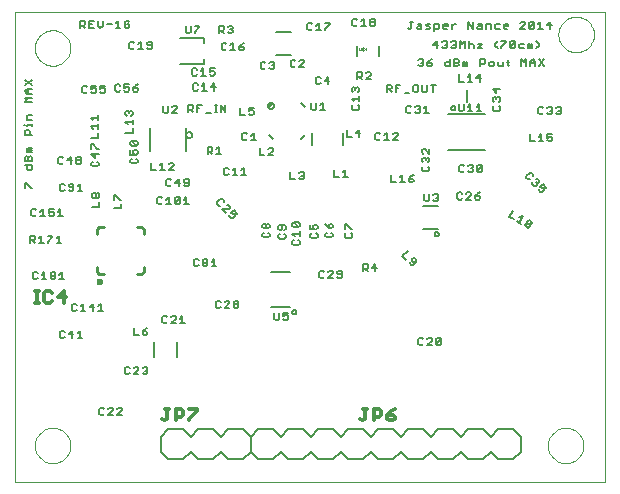
<source format=gto>
G75*
G70*
%OFA0B0*%
%FSLAX24Y24*%
%IPPOS*%
%LPD*%
%AMOC8*
5,1,8,0,0,1.08239X$1,22.5*
%
%ADD10C,0.0000*%
%ADD11C,0.0080*%
%ADD12C,0.0130*%
%ADD13C,0.0100*%
%ADD14C,0.0236*%
%ADD15C,0.0060*%
%ADD16C,0.0010*%
%ADD17C,0.0050*%
D10*
X000671Y003960D02*
X020356Y003960D01*
X020356Y019645D01*
X000671Y019645D01*
X000671Y003960D01*
X001343Y005184D02*
X001345Y005232D01*
X001351Y005280D01*
X001361Y005327D01*
X001374Y005373D01*
X001392Y005418D01*
X001412Y005462D01*
X001437Y005504D01*
X001465Y005543D01*
X001495Y005580D01*
X001529Y005614D01*
X001566Y005646D01*
X001604Y005675D01*
X001645Y005700D01*
X001688Y005722D01*
X001733Y005740D01*
X001779Y005754D01*
X001826Y005765D01*
X001874Y005772D01*
X001922Y005775D01*
X001970Y005774D01*
X002018Y005769D01*
X002066Y005760D01*
X002112Y005748D01*
X002157Y005731D01*
X002201Y005711D01*
X002243Y005688D01*
X002283Y005661D01*
X002321Y005631D01*
X002356Y005598D01*
X002388Y005562D01*
X002418Y005524D01*
X002444Y005483D01*
X002466Y005440D01*
X002486Y005396D01*
X002501Y005351D01*
X002513Y005304D01*
X002521Y005256D01*
X002525Y005208D01*
X002525Y005160D01*
X002521Y005112D01*
X002513Y005064D01*
X002501Y005017D01*
X002486Y004972D01*
X002466Y004928D01*
X002444Y004885D01*
X002418Y004844D01*
X002388Y004806D01*
X002356Y004770D01*
X002321Y004737D01*
X002283Y004707D01*
X002243Y004680D01*
X002201Y004657D01*
X002157Y004637D01*
X002112Y004620D01*
X002066Y004608D01*
X002018Y004599D01*
X001970Y004594D01*
X001922Y004593D01*
X001874Y004596D01*
X001826Y004603D01*
X001779Y004614D01*
X001733Y004628D01*
X001688Y004646D01*
X001645Y004668D01*
X001604Y004693D01*
X001566Y004722D01*
X001529Y004754D01*
X001495Y004788D01*
X001465Y004825D01*
X001437Y004864D01*
X001412Y004906D01*
X001392Y004950D01*
X001374Y004995D01*
X001361Y005041D01*
X001351Y005088D01*
X001345Y005136D01*
X001343Y005184D01*
X001343Y018434D02*
X001345Y018482D01*
X001351Y018530D01*
X001361Y018577D01*
X001374Y018623D01*
X001392Y018668D01*
X001412Y018712D01*
X001437Y018754D01*
X001465Y018793D01*
X001495Y018830D01*
X001529Y018864D01*
X001566Y018896D01*
X001604Y018925D01*
X001645Y018950D01*
X001688Y018972D01*
X001733Y018990D01*
X001779Y019004D01*
X001826Y019015D01*
X001874Y019022D01*
X001922Y019025D01*
X001970Y019024D01*
X002018Y019019D01*
X002066Y019010D01*
X002112Y018998D01*
X002157Y018981D01*
X002201Y018961D01*
X002243Y018938D01*
X002283Y018911D01*
X002321Y018881D01*
X002356Y018848D01*
X002388Y018812D01*
X002418Y018774D01*
X002444Y018733D01*
X002466Y018690D01*
X002486Y018646D01*
X002501Y018601D01*
X002513Y018554D01*
X002521Y018506D01*
X002525Y018458D01*
X002525Y018410D01*
X002521Y018362D01*
X002513Y018314D01*
X002501Y018267D01*
X002486Y018222D01*
X002466Y018178D01*
X002444Y018135D01*
X002418Y018094D01*
X002388Y018056D01*
X002356Y018020D01*
X002321Y017987D01*
X002283Y017957D01*
X002243Y017930D01*
X002201Y017907D01*
X002157Y017887D01*
X002112Y017870D01*
X002066Y017858D01*
X002018Y017849D01*
X001970Y017844D01*
X001922Y017843D01*
X001874Y017846D01*
X001826Y017853D01*
X001779Y017864D01*
X001733Y017878D01*
X001688Y017896D01*
X001645Y017918D01*
X001604Y017943D01*
X001566Y017972D01*
X001529Y018004D01*
X001495Y018038D01*
X001465Y018075D01*
X001437Y018114D01*
X001412Y018156D01*
X001392Y018200D01*
X001374Y018245D01*
X001361Y018291D01*
X001351Y018338D01*
X001345Y018386D01*
X001343Y018434D01*
X018443Y005184D02*
X018445Y005232D01*
X018451Y005280D01*
X018461Y005327D01*
X018474Y005373D01*
X018492Y005418D01*
X018512Y005462D01*
X018537Y005504D01*
X018565Y005543D01*
X018595Y005580D01*
X018629Y005614D01*
X018666Y005646D01*
X018704Y005675D01*
X018745Y005700D01*
X018788Y005722D01*
X018833Y005740D01*
X018879Y005754D01*
X018926Y005765D01*
X018974Y005772D01*
X019022Y005775D01*
X019070Y005774D01*
X019118Y005769D01*
X019166Y005760D01*
X019212Y005748D01*
X019257Y005731D01*
X019301Y005711D01*
X019343Y005688D01*
X019383Y005661D01*
X019421Y005631D01*
X019456Y005598D01*
X019488Y005562D01*
X019518Y005524D01*
X019544Y005483D01*
X019566Y005440D01*
X019586Y005396D01*
X019601Y005351D01*
X019613Y005304D01*
X019621Y005256D01*
X019625Y005208D01*
X019625Y005160D01*
X019621Y005112D01*
X019613Y005064D01*
X019601Y005017D01*
X019586Y004972D01*
X019566Y004928D01*
X019544Y004885D01*
X019518Y004844D01*
X019488Y004806D01*
X019456Y004770D01*
X019421Y004737D01*
X019383Y004707D01*
X019343Y004680D01*
X019301Y004657D01*
X019257Y004637D01*
X019212Y004620D01*
X019166Y004608D01*
X019118Y004599D01*
X019070Y004594D01*
X019022Y004593D01*
X018974Y004596D01*
X018926Y004603D01*
X018879Y004614D01*
X018833Y004628D01*
X018788Y004646D01*
X018745Y004668D01*
X018704Y004693D01*
X018666Y004722D01*
X018629Y004754D01*
X018595Y004788D01*
X018565Y004825D01*
X018537Y004864D01*
X018512Y004906D01*
X018492Y004950D01*
X018474Y004995D01*
X018461Y005041D01*
X018451Y005088D01*
X018445Y005136D01*
X018443Y005184D01*
X018793Y018884D02*
X018795Y018932D01*
X018801Y018980D01*
X018811Y019027D01*
X018824Y019073D01*
X018842Y019118D01*
X018862Y019162D01*
X018887Y019204D01*
X018915Y019243D01*
X018945Y019280D01*
X018979Y019314D01*
X019016Y019346D01*
X019054Y019375D01*
X019095Y019400D01*
X019138Y019422D01*
X019183Y019440D01*
X019229Y019454D01*
X019276Y019465D01*
X019324Y019472D01*
X019372Y019475D01*
X019420Y019474D01*
X019468Y019469D01*
X019516Y019460D01*
X019562Y019448D01*
X019607Y019431D01*
X019651Y019411D01*
X019693Y019388D01*
X019733Y019361D01*
X019771Y019331D01*
X019806Y019298D01*
X019838Y019262D01*
X019868Y019224D01*
X019894Y019183D01*
X019916Y019140D01*
X019936Y019096D01*
X019951Y019051D01*
X019963Y019004D01*
X019971Y018956D01*
X019975Y018908D01*
X019975Y018860D01*
X019971Y018812D01*
X019963Y018764D01*
X019951Y018717D01*
X019936Y018672D01*
X019916Y018628D01*
X019894Y018585D01*
X019868Y018544D01*
X019838Y018506D01*
X019806Y018470D01*
X019771Y018437D01*
X019733Y018407D01*
X019693Y018380D01*
X019651Y018357D01*
X019607Y018337D01*
X019562Y018320D01*
X019516Y018308D01*
X019468Y018299D01*
X019420Y018294D01*
X019372Y018293D01*
X019324Y018296D01*
X019276Y018303D01*
X019229Y018314D01*
X019183Y018328D01*
X019138Y018346D01*
X019095Y018368D01*
X019054Y018393D01*
X019016Y018422D01*
X018979Y018454D01*
X018945Y018488D01*
X018915Y018525D01*
X018887Y018564D01*
X018862Y018606D01*
X018842Y018650D01*
X018824Y018695D01*
X018811Y018741D01*
X018801Y018788D01*
X018795Y018836D01*
X018793Y018884D01*
D11*
X018528Y019074D02*
X018528Y019314D01*
X018408Y019194D01*
X018568Y019194D01*
X018273Y019074D02*
X018113Y019074D01*
X018193Y019074D02*
X018193Y019314D01*
X018113Y019234D01*
X017978Y019274D02*
X017978Y019114D01*
X017938Y019074D01*
X017858Y019074D01*
X017818Y019114D01*
X017978Y019274D01*
X017938Y019314D01*
X017858Y019314D01*
X017818Y019274D01*
X017818Y019114D01*
X017684Y019074D02*
X017524Y019074D01*
X017684Y019234D01*
X017684Y019274D01*
X017644Y019314D01*
X017564Y019314D01*
X017524Y019274D01*
X017126Y019194D02*
X017126Y019154D01*
X016966Y019154D01*
X016966Y019194D02*
X017006Y019234D01*
X017086Y019234D01*
X017126Y019194D01*
X017086Y019074D02*
X017006Y019074D01*
X016966Y019114D01*
X016966Y019194D01*
X016831Y019234D02*
X016711Y019234D01*
X016671Y019194D01*
X016671Y019114D01*
X016711Y019074D01*
X016831Y019074D01*
X016537Y019074D02*
X016537Y019194D01*
X016497Y019234D01*
X016376Y019234D01*
X016376Y019074D01*
X016242Y019074D02*
X016242Y019194D01*
X016202Y019234D01*
X016122Y019234D01*
X016122Y019154D02*
X016242Y019154D01*
X016242Y019074D02*
X016122Y019074D01*
X016082Y019114D01*
X016122Y019154D01*
X015947Y019074D02*
X015947Y019314D01*
X015787Y019314D02*
X015947Y019074D01*
X015787Y019074D02*
X015787Y019314D01*
X015367Y019234D02*
X015327Y019234D01*
X015247Y019154D01*
X015247Y019074D02*
X015247Y019234D01*
X015112Y019194D02*
X015112Y019154D01*
X014952Y019154D01*
X014952Y019194D02*
X014992Y019234D01*
X015072Y019234D01*
X015112Y019194D01*
X015072Y019074D02*
X014992Y019074D01*
X014952Y019114D01*
X014952Y019194D01*
X014818Y019194D02*
X014818Y019114D01*
X014778Y019074D01*
X014658Y019074D01*
X014658Y018994D02*
X014658Y019234D01*
X014778Y019234D01*
X014818Y019194D01*
X014523Y019234D02*
X014403Y019234D01*
X014363Y019194D01*
X014403Y019154D01*
X014483Y019154D01*
X014523Y019114D01*
X014483Y019074D01*
X014363Y019074D01*
X014228Y019074D02*
X014228Y019194D01*
X014188Y019234D01*
X014108Y019234D01*
X014108Y019154D02*
X014228Y019154D01*
X014228Y019074D02*
X014108Y019074D01*
X014068Y019114D01*
X014108Y019154D01*
X013894Y019114D02*
X013894Y019314D01*
X013854Y019314D02*
X013934Y019314D01*
X013894Y019114D02*
X013854Y019074D01*
X013814Y019074D01*
X013774Y019114D01*
X014624Y018544D02*
X014784Y018544D01*
X014744Y018664D02*
X014624Y018544D01*
X014744Y018424D02*
X014744Y018664D01*
X014918Y018624D02*
X014958Y018664D01*
X015038Y018664D01*
X015078Y018624D01*
X015078Y018584D01*
X015038Y018544D01*
X015078Y018504D01*
X015078Y018464D01*
X015038Y018424D01*
X014958Y018424D01*
X014918Y018464D01*
X014998Y018544D02*
X015038Y018544D01*
X015213Y018624D02*
X015253Y018664D01*
X015333Y018664D01*
X015373Y018624D01*
X015373Y018584D01*
X015333Y018544D01*
X015373Y018504D01*
X015373Y018464D01*
X015333Y018424D01*
X015253Y018424D01*
X015213Y018464D01*
X015293Y018544D02*
X015333Y018544D01*
X015508Y018664D02*
X015588Y018584D01*
X015668Y018664D01*
X015668Y018424D01*
X015802Y018424D02*
X015802Y018664D01*
X015842Y018584D02*
X015922Y018584D01*
X015962Y018544D01*
X015962Y018424D01*
X016097Y018424D02*
X016257Y018424D01*
X016257Y018584D02*
X016097Y018584D01*
X016257Y018584D02*
X016097Y018424D01*
X015842Y018584D02*
X015802Y018544D01*
X015508Y018424D02*
X015508Y018664D01*
X015422Y018064D02*
X015302Y018064D01*
X015302Y017824D01*
X015422Y017824D01*
X015462Y017864D01*
X015462Y017904D01*
X015422Y017944D01*
X015302Y017944D01*
X015422Y017944D02*
X015462Y017984D01*
X015462Y018024D01*
X015422Y018064D01*
X015597Y017984D02*
X015597Y017824D01*
X015677Y017824D02*
X015677Y017944D01*
X015717Y017984D01*
X015757Y017944D01*
X015757Y017824D01*
X015677Y017944D02*
X015637Y017984D01*
X015597Y017984D01*
X015168Y017984D02*
X015048Y017984D01*
X015008Y017944D01*
X015008Y017864D01*
X015048Y017824D01*
X015168Y017824D01*
X015168Y018064D01*
X015469Y017552D02*
X015469Y017312D01*
X015629Y017312D01*
X015763Y017312D02*
X015923Y017312D01*
X015843Y017312D02*
X015843Y017552D01*
X015763Y017472D01*
X016058Y017432D02*
X016218Y017432D01*
X016178Y017312D02*
X016178Y017552D01*
X016058Y017432D01*
X016186Y017824D02*
X016186Y018064D01*
X016306Y018064D01*
X016346Y018024D01*
X016346Y017944D01*
X016306Y017904D01*
X016186Y017904D01*
X016481Y017944D02*
X016481Y017864D01*
X016521Y017824D01*
X016601Y017824D01*
X016641Y017864D01*
X016641Y017944D01*
X016601Y017984D01*
X016521Y017984D01*
X016481Y017944D01*
X016776Y017984D02*
X016776Y017864D01*
X016816Y017824D01*
X016936Y017824D01*
X016936Y017984D01*
X017070Y017984D02*
X017150Y017984D01*
X017110Y018024D02*
X017110Y017864D01*
X017150Y017824D01*
X017561Y017824D02*
X017561Y018064D01*
X017641Y017984D01*
X017721Y018064D01*
X017721Y017824D01*
X017856Y017824D02*
X017856Y017984D01*
X017936Y018064D01*
X018016Y017984D01*
X018016Y017824D01*
X018016Y017944D02*
X017856Y017944D01*
X018151Y018064D02*
X018311Y017824D01*
X018151Y017824D02*
X018311Y018064D01*
X018061Y018424D02*
X018141Y018504D01*
X018141Y018584D01*
X018061Y018664D01*
X017927Y018544D02*
X017927Y018424D01*
X017847Y018424D02*
X017847Y018544D01*
X017887Y018584D01*
X017927Y018544D01*
X017847Y018544D02*
X017807Y018584D01*
X017767Y018584D01*
X017767Y018424D01*
X017632Y018424D02*
X017512Y018424D01*
X017472Y018464D01*
X017472Y018544D01*
X017512Y018584D01*
X017632Y018584D01*
X017337Y018624D02*
X017337Y018464D01*
X017297Y018424D01*
X017217Y018424D01*
X017177Y018464D01*
X017337Y018624D01*
X017297Y018664D01*
X017217Y018664D01*
X017177Y018624D01*
X017177Y018464D01*
X017043Y018624D02*
X016883Y018464D01*
X016883Y018424D01*
X016766Y018424D02*
X016686Y018504D01*
X016686Y018584D01*
X016766Y018664D01*
X016883Y018664D02*
X017043Y018664D01*
X017043Y018624D01*
X016724Y017093D02*
X016724Y016933D01*
X016603Y017053D01*
X016844Y017053D01*
X016804Y016798D02*
X016764Y016798D01*
X016724Y016758D01*
X016724Y016718D01*
X016724Y016758D02*
X016684Y016798D01*
X016644Y016798D01*
X016603Y016758D01*
X016603Y016678D01*
X016644Y016638D01*
X016644Y016504D02*
X016603Y016464D01*
X016603Y016384D01*
X016644Y016344D01*
X016804Y016344D01*
X016844Y016384D01*
X016844Y016464D01*
X016804Y016504D01*
X016804Y016638D02*
X016844Y016678D01*
X016844Y016758D01*
X016804Y016798D01*
X016223Y016324D02*
X016063Y016324D01*
X016143Y016324D02*
X016143Y016564D01*
X016063Y016484D01*
X015928Y016324D02*
X015768Y016324D01*
X015848Y016324D02*
X015848Y016564D01*
X015768Y016484D01*
X015634Y016564D02*
X015634Y016364D01*
X015594Y016324D01*
X015514Y016324D01*
X015474Y016364D01*
X015474Y016564D01*
X014707Y017214D02*
X014547Y017214D01*
X014627Y017214D02*
X014627Y016974D01*
X014412Y017014D02*
X014412Y017214D01*
X014252Y017214D02*
X014252Y017014D01*
X014292Y016974D01*
X014372Y016974D01*
X014412Y017014D01*
X014118Y017014D02*
X014118Y017174D01*
X014078Y017214D01*
X013998Y017214D01*
X013958Y017174D01*
X013958Y017014D01*
X013998Y016974D01*
X014078Y016974D01*
X014118Y017014D01*
X013823Y016934D02*
X013663Y016934D01*
X013448Y017094D02*
X013368Y017094D01*
X013368Y017214D02*
X013528Y017214D01*
X013368Y017214D02*
X013368Y016974D01*
X013234Y016974D02*
X013154Y017054D01*
X013194Y017054D02*
X013074Y017054D01*
X013074Y016974D02*
X013074Y017214D01*
X013194Y017214D01*
X013234Y017174D01*
X013234Y017094D01*
X013194Y017054D01*
X012534Y017386D02*
X012374Y017386D01*
X012534Y017546D01*
X012534Y017586D01*
X012494Y017626D01*
X012414Y017626D01*
X012374Y017586D01*
X012240Y017586D02*
X012240Y017506D01*
X012200Y017466D01*
X012080Y017466D01*
X012160Y017466D02*
X012240Y017386D01*
X012080Y017386D02*
X012080Y017626D01*
X012200Y017626D01*
X012240Y017586D01*
X012104Y017123D02*
X012144Y017083D01*
X012144Y017003D01*
X012104Y016963D01*
X012024Y017043D02*
X012024Y017083D01*
X012064Y017123D01*
X012104Y017123D01*
X012024Y017083D02*
X011984Y017123D01*
X011944Y017123D01*
X011903Y017083D01*
X011903Y017003D01*
X011944Y016963D01*
X011903Y016748D02*
X012144Y016748D01*
X012144Y016668D02*
X012144Y016828D01*
X011984Y016668D02*
X011903Y016748D01*
X011944Y016534D02*
X011903Y016494D01*
X011903Y016414D01*
X011944Y016374D01*
X012104Y016374D01*
X012144Y016414D01*
X012144Y016494D01*
X012104Y016534D01*
X012154Y015706D02*
X012034Y015586D01*
X012194Y015586D01*
X012154Y015466D02*
X012154Y015706D01*
X011900Y015466D02*
X011740Y015466D01*
X011740Y015706D01*
X011010Y016360D02*
X010850Y016360D01*
X010930Y016360D02*
X010930Y016601D01*
X010850Y016520D01*
X010716Y016601D02*
X010716Y016400D01*
X010676Y016360D01*
X010596Y016360D01*
X010556Y016400D01*
X010556Y016601D01*
X010744Y017221D02*
X010824Y017221D01*
X010864Y017261D01*
X010744Y017221D02*
X010704Y017261D01*
X010704Y017421D01*
X010744Y017461D01*
X010824Y017461D01*
X010864Y017421D01*
X010998Y017341D02*
X011119Y017461D01*
X011119Y017221D01*
X011159Y017341D02*
X010998Y017341D01*
X010319Y017799D02*
X010158Y017799D01*
X010319Y017959D01*
X010319Y017999D01*
X010279Y018039D01*
X010199Y018039D01*
X010158Y017999D01*
X010024Y017999D02*
X009984Y018039D01*
X009904Y018039D01*
X009864Y017999D01*
X009864Y017839D01*
X009904Y017799D01*
X009984Y017799D01*
X010024Y017839D01*
X009317Y017821D02*
X009317Y017781D01*
X009277Y017741D01*
X009197Y017741D01*
X009157Y017781D01*
X009237Y017861D02*
X009277Y017861D01*
X009317Y017821D01*
X009277Y017861D02*
X009317Y017901D01*
X009317Y017941D01*
X009277Y017981D01*
X009197Y017981D01*
X009157Y017941D01*
X009023Y017941D02*
X008983Y017981D01*
X008903Y017981D01*
X008863Y017941D01*
X008863Y017781D01*
X008903Y017741D01*
X008983Y017741D01*
X009023Y017781D01*
X008313Y018404D02*
X008313Y018444D01*
X008273Y018484D01*
X008153Y018484D01*
X008153Y018404D01*
X008193Y018364D01*
X008273Y018364D01*
X008313Y018404D01*
X008233Y018564D02*
X008153Y018484D01*
X008233Y018564D02*
X008313Y018604D01*
X008018Y018364D02*
X007858Y018364D01*
X007938Y018364D02*
X007938Y018604D01*
X007858Y018524D01*
X007724Y018564D02*
X007684Y018604D01*
X007604Y018604D01*
X007564Y018564D01*
X007564Y018404D01*
X007604Y018364D01*
X007684Y018364D01*
X007724Y018404D01*
X007640Y018936D02*
X007560Y019016D01*
X007600Y019016D02*
X007480Y019016D01*
X007480Y018936D02*
X007480Y019176D01*
X007600Y019176D01*
X007640Y019136D01*
X007640Y019056D01*
X007600Y019016D01*
X007774Y018976D02*
X007814Y018936D01*
X007894Y018936D01*
X007934Y018976D01*
X007934Y019016D01*
X007894Y019056D01*
X007854Y019056D01*
X007894Y019056D02*
X007934Y019096D01*
X007934Y019136D01*
X007894Y019176D01*
X007814Y019176D01*
X007774Y019136D01*
X006828Y019124D02*
X006668Y018964D01*
X006668Y018924D01*
X006534Y018964D02*
X006534Y019164D01*
X006668Y019164D02*
X006828Y019164D01*
X006828Y019124D01*
X006534Y018964D02*
X006494Y018924D01*
X006414Y018924D01*
X006374Y018964D01*
X006374Y019164D01*
X005239Y018604D02*
X005239Y018444D01*
X005199Y018404D01*
X005119Y018404D01*
X005079Y018444D01*
X005119Y018524D02*
X005239Y018524D01*
X005239Y018604D02*
X005199Y018644D01*
X005119Y018644D01*
X005079Y018604D01*
X005079Y018564D01*
X005119Y018524D01*
X004945Y018404D02*
X004784Y018404D01*
X004864Y018404D02*
X004864Y018644D01*
X004784Y018564D01*
X004650Y018604D02*
X004610Y018644D01*
X004530Y018644D01*
X004490Y018604D01*
X004490Y018444D01*
X004530Y018404D01*
X004610Y018404D01*
X004650Y018444D01*
X004449Y019104D02*
X004369Y019104D01*
X004329Y019144D01*
X004329Y019304D01*
X004369Y019344D01*
X004449Y019344D01*
X004489Y019304D01*
X004489Y019224D02*
X004409Y019224D01*
X004489Y019224D02*
X004489Y019144D01*
X004449Y019104D01*
X004195Y019104D02*
X004034Y019104D01*
X004114Y019104D02*
X004114Y019344D01*
X004034Y019264D01*
X003900Y019224D02*
X003740Y019224D01*
X003605Y019184D02*
X003605Y019344D01*
X003445Y019344D02*
X003445Y019184D01*
X003525Y019104D01*
X003605Y019184D01*
X003311Y019104D02*
X003150Y019104D01*
X003150Y019344D01*
X003311Y019344D01*
X003231Y019224D02*
X003150Y019224D01*
X003016Y019224D02*
X002976Y019184D01*
X002856Y019184D01*
X002936Y019184D02*
X003016Y019104D01*
X003016Y019224D02*
X003016Y019304D01*
X002976Y019344D01*
X002856Y019344D01*
X002856Y019104D01*
X001244Y017371D02*
X001003Y017211D01*
X001084Y017077D02*
X001003Y016997D01*
X001084Y016917D01*
X001244Y016917D01*
X001124Y016917D02*
X001124Y017077D01*
X001084Y017077D02*
X001244Y017077D01*
X001244Y017211D02*
X001003Y017371D01*
X001003Y016782D02*
X001244Y016782D01*
X001244Y016622D02*
X001003Y016622D01*
X001084Y016702D01*
X001003Y016782D01*
X001124Y016193D02*
X001244Y016193D01*
X001124Y016193D02*
X001084Y016153D01*
X001084Y016033D01*
X001244Y016033D01*
X001244Y015916D02*
X001244Y015836D01*
X001244Y015876D02*
X001084Y015876D01*
X001084Y015836D01*
X001003Y015876D02*
X000963Y015876D01*
X001044Y015702D02*
X001124Y015702D01*
X001164Y015662D01*
X001164Y015542D01*
X001244Y015542D02*
X001003Y015542D01*
X001003Y015662D01*
X001044Y015702D01*
X001124Y015112D02*
X001244Y015112D01*
X001244Y015032D02*
X001124Y015032D01*
X001084Y015072D01*
X001124Y015112D01*
X001124Y015032D02*
X001084Y014992D01*
X001084Y014952D01*
X001244Y014952D01*
X001204Y014818D02*
X001244Y014778D01*
X001244Y014658D01*
X001003Y014658D01*
X001003Y014778D01*
X001044Y014818D01*
X001084Y014818D01*
X001124Y014778D01*
X001124Y014658D01*
X001124Y014778D02*
X001164Y014818D01*
X001204Y014818D01*
X001244Y014523D02*
X001003Y014523D01*
X001084Y014523D02*
X001084Y014403D01*
X001124Y014363D01*
X001204Y014363D01*
X001244Y014403D01*
X001244Y014523D01*
X001044Y013934D02*
X001204Y013774D01*
X001244Y013774D01*
X001003Y013774D02*
X001003Y013934D01*
X001044Y013934D01*
X001264Y013064D02*
X001224Y013024D01*
X001224Y012864D01*
X001264Y012824D01*
X001344Y012824D01*
X001384Y012864D01*
X001518Y012824D02*
X001678Y012824D01*
X001598Y012824D02*
X001598Y013064D01*
X001518Y012984D01*
X001384Y013024D02*
X001344Y013064D01*
X001264Y013064D01*
X001813Y013064D02*
X001813Y012944D01*
X001893Y012984D01*
X001933Y012984D01*
X001973Y012944D01*
X001973Y012864D01*
X001933Y012824D01*
X001853Y012824D01*
X001813Y012864D01*
X001813Y013064D02*
X001973Y013064D01*
X002108Y012984D02*
X002188Y013064D01*
X002188Y012824D01*
X002108Y012824D02*
X002268Y012824D01*
X002142Y012182D02*
X002062Y012102D01*
X002142Y012182D02*
X002142Y011942D01*
X002062Y011942D02*
X002223Y011942D01*
X001928Y012142D02*
X001768Y011982D01*
X001768Y011942D01*
X001633Y011942D02*
X001473Y011942D01*
X001553Y011942D02*
X001553Y012182D01*
X001473Y012102D01*
X001339Y012142D02*
X001339Y012062D01*
X001299Y012022D01*
X001178Y012022D01*
X001178Y011942D02*
X001178Y012182D01*
X001299Y012182D01*
X001339Y012142D01*
X001258Y012022D02*
X001339Y011942D01*
X001768Y012182D02*
X001928Y012182D01*
X001928Y012142D01*
X001903Y010964D02*
X001863Y010924D01*
X001863Y010884D01*
X001903Y010844D01*
X001983Y010844D01*
X002023Y010804D01*
X002023Y010764D01*
X001983Y010724D01*
X001903Y010724D01*
X001863Y010764D01*
X001863Y010804D01*
X001903Y010844D01*
X001983Y010844D02*
X002023Y010884D01*
X002023Y010924D01*
X001983Y010964D01*
X001903Y010964D01*
X002158Y010884D02*
X002238Y010964D01*
X002238Y010724D01*
X002158Y010724D02*
X002318Y010724D01*
X001728Y010724D02*
X001568Y010724D01*
X001648Y010724D02*
X001648Y010964D01*
X001568Y010884D01*
X001434Y010924D02*
X001394Y010964D01*
X001314Y010964D01*
X001274Y010924D01*
X001274Y010764D01*
X001314Y010724D01*
X001394Y010724D01*
X001434Y010764D01*
X002574Y009874D02*
X002574Y009714D01*
X002614Y009674D01*
X002694Y009674D01*
X002734Y009714D01*
X002868Y009674D02*
X003028Y009674D01*
X002948Y009674D02*
X002948Y009914D01*
X002868Y009834D01*
X002734Y009874D02*
X002694Y009914D01*
X002614Y009914D01*
X002574Y009874D01*
X003163Y009794D02*
X003323Y009794D01*
X003283Y009914D02*
X003163Y009794D01*
X003283Y009674D02*
X003283Y009914D01*
X003458Y009834D02*
X003538Y009914D01*
X003538Y009674D01*
X003458Y009674D02*
X003618Y009674D01*
X002843Y009014D02*
X002843Y008774D01*
X002763Y008774D02*
X002923Y008774D01*
X002763Y008934D02*
X002843Y009014D01*
X002628Y008894D02*
X002468Y008894D01*
X002588Y009014D01*
X002588Y008774D01*
X002334Y008814D02*
X002294Y008774D01*
X002214Y008774D01*
X002174Y008814D01*
X002174Y008974D01*
X002214Y009014D01*
X002294Y009014D01*
X002334Y008974D01*
X004340Y007754D02*
X004340Y007594D01*
X004380Y007554D01*
X004460Y007554D01*
X004500Y007594D01*
X004634Y007554D02*
X004795Y007714D01*
X004795Y007754D01*
X004754Y007794D01*
X004674Y007794D01*
X004634Y007754D01*
X004500Y007754D02*
X004460Y007794D01*
X004380Y007794D01*
X004340Y007754D01*
X004634Y007554D02*
X004795Y007554D01*
X004929Y007594D02*
X004969Y007554D01*
X005049Y007554D01*
X005089Y007594D01*
X005089Y007634D01*
X005049Y007674D01*
X005009Y007674D01*
X005049Y007674D02*
X005089Y007714D01*
X005089Y007754D01*
X005049Y007794D01*
X004969Y007794D01*
X004929Y007754D01*
X004974Y008866D02*
X005054Y008866D01*
X005094Y008906D01*
X005094Y008946D01*
X005054Y008986D01*
X004934Y008986D01*
X004934Y008906D01*
X004974Y008866D01*
X004934Y008986D02*
X005014Y009066D01*
X005094Y009106D01*
X004800Y008866D02*
X004640Y008866D01*
X004640Y009106D01*
X005590Y009294D02*
X005630Y009254D01*
X005710Y009254D01*
X005750Y009294D01*
X005884Y009254D02*
X006045Y009414D01*
X006045Y009454D01*
X006004Y009494D01*
X005924Y009494D01*
X005884Y009454D01*
X005750Y009454D02*
X005710Y009494D01*
X005630Y009494D01*
X005590Y009454D01*
X005590Y009294D01*
X005884Y009254D02*
X006045Y009254D01*
X006179Y009254D02*
X006339Y009254D01*
X006259Y009254D02*
X006259Y009494D01*
X006179Y009414D01*
X007374Y009814D02*
X007414Y009774D01*
X007494Y009774D01*
X007534Y009814D01*
X007668Y009774D02*
X007828Y009934D01*
X007828Y009974D01*
X007788Y010014D01*
X007708Y010014D01*
X007668Y009974D01*
X007534Y009974D02*
X007494Y010014D01*
X007414Y010014D01*
X007374Y009974D01*
X007374Y009814D01*
X007668Y009774D02*
X007828Y009774D01*
X007963Y009814D02*
X007963Y009854D01*
X008003Y009894D01*
X008083Y009894D01*
X008123Y009854D01*
X008123Y009814D01*
X008083Y009774D01*
X008003Y009774D01*
X007963Y009814D01*
X008003Y009894D02*
X007963Y009934D01*
X007963Y009974D01*
X008003Y010014D01*
X008083Y010014D01*
X008123Y009974D01*
X008123Y009934D01*
X008083Y009894D01*
X009324Y009614D02*
X009324Y009414D01*
X009364Y009374D01*
X009444Y009374D01*
X009484Y009414D01*
X009484Y009614D01*
X009618Y009614D02*
X009618Y009494D01*
X009698Y009534D01*
X009738Y009534D01*
X009778Y009494D01*
X009778Y009414D01*
X009738Y009374D01*
X009658Y009374D01*
X009618Y009414D01*
X009618Y009614D02*
X009778Y009614D01*
X010864Y010774D02*
X010944Y010774D01*
X010984Y010814D01*
X010864Y010774D02*
X010824Y010814D01*
X010824Y010974D01*
X010864Y011014D01*
X010944Y011014D01*
X010984Y010974D01*
X011118Y010974D02*
X011158Y011014D01*
X011238Y011014D01*
X011278Y010974D01*
X011278Y010934D01*
X011118Y010774D01*
X011278Y010774D01*
X011413Y010814D02*
X011453Y010774D01*
X011533Y010774D01*
X011573Y010814D01*
X011573Y010974D01*
X011533Y011014D01*
X011453Y011014D01*
X011413Y010974D01*
X011413Y010934D01*
X011453Y010894D01*
X011573Y010894D01*
X012280Y010986D02*
X012280Y011226D01*
X012400Y011226D01*
X012440Y011186D01*
X012440Y011106D01*
X012400Y011066D01*
X012280Y011066D01*
X012360Y011066D02*
X012440Y010986D01*
X012574Y011106D02*
X012734Y011106D01*
X012694Y010986D02*
X012694Y011226D01*
X012574Y011106D01*
X013595Y011490D02*
X013708Y011377D01*
X013832Y011310D02*
X013832Y011254D01*
X013888Y011197D01*
X013945Y011197D01*
X014058Y011310D01*
X014058Y011367D01*
X014001Y011423D01*
X013945Y011423D01*
X013916Y011395D01*
X013916Y011338D01*
X014001Y011254D01*
X013765Y011660D02*
X013595Y011490D01*
X011914Y012144D02*
X011914Y012224D01*
X011874Y012264D01*
X011914Y012144D02*
X011874Y012104D01*
X011714Y012104D01*
X011673Y012144D01*
X011673Y012224D01*
X011714Y012264D01*
X011673Y012398D02*
X011673Y012558D01*
X011714Y012558D01*
X011874Y012398D01*
X011914Y012398D01*
X011264Y012458D02*
X011264Y012538D01*
X011224Y012578D01*
X011184Y012578D01*
X011144Y012538D01*
X011144Y012418D01*
X011224Y012418D01*
X011264Y012458D01*
X011144Y012418D02*
X011064Y012498D01*
X011023Y012578D01*
X010764Y012508D02*
X010764Y012428D01*
X010724Y012388D01*
X010644Y012388D02*
X010604Y012468D01*
X010604Y012508D01*
X010644Y012548D01*
X010724Y012548D01*
X010764Y012508D01*
X010644Y012388D02*
X010523Y012388D01*
X010523Y012548D01*
X010564Y012254D02*
X010523Y012214D01*
X010523Y012134D01*
X010564Y012094D01*
X010724Y012094D01*
X010764Y012134D01*
X010764Y012214D01*
X010724Y012254D01*
X011023Y012244D02*
X011064Y012284D01*
X011023Y012244D02*
X011023Y012164D01*
X011064Y012124D01*
X011224Y012124D01*
X011264Y012164D01*
X011264Y012244D01*
X011224Y012284D01*
X010164Y012323D02*
X010164Y012163D01*
X010164Y012243D02*
X009923Y012243D01*
X010004Y012163D01*
X009964Y012029D02*
X009923Y011989D01*
X009923Y011909D01*
X009964Y011869D01*
X010124Y011869D01*
X010164Y011909D01*
X010164Y011989D01*
X010124Y012029D01*
X010124Y012458D02*
X009964Y012458D01*
X009923Y012498D01*
X009923Y012578D01*
X009964Y012618D01*
X010124Y012458D01*
X010164Y012498D01*
X010164Y012578D01*
X010124Y012618D01*
X009964Y012618D01*
X009699Y012493D02*
X009699Y012413D01*
X009659Y012373D01*
X009579Y012413D02*
X009579Y012533D01*
X009659Y012533D02*
X009499Y012533D01*
X009458Y012493D01*
X009458Y012413D01*
X009499Y012373D01*
X009539Y012373D01*
X009579Y012413D01*
X009699Y012493D02*
X009659Y012533D01*
X009659Y012239D02*
X009699Y012199D01*
X009699Y012119D01*
X009659Y012079D01*
X009499Y012079D01*
X009458Y012119D01*
X009458Y012199D01*
X009499Y012239D01*
X009164Y012244D02*
X009124Y012284D01*
X009164Y012244D02*
X009164Y012164D01*
X009124Y012124D01*
X008964Y012124D01*
X008923Y012164D01*
X008923Y012244D01*
X008964Y012284D01*
X008964Y012418D02*
X009004Y012418D01*
X009044Y012458D01*
X009044Y012538D01*
X009084Y012578D01*
X009124Y012578D01*
X009164Y012538D01*
X009164Y012458D01*
X009124Y012418D01*
X009084Y012418D01*
X009044Y012458D01*
X009044Y012538D02*
X009004Y012578D01*
X008964Y012578D01*
X008923Y012538D01*
X008923Y012458D01*
X008964Y012418D01*
X008081Y012906D02*
X007968Y013020D01*
X007883Y012935D01*
X007968Y012906D01*
X007997Y012878D01*
X007997Y012822D01*
X007940Y012765D01*
X007883Y012765D01*
X007827Y012822D01*
X007827Y012878D01*
X007703Y012945D02*
X007590Y013058D01*
X007817Y013058D01*
X007845Y013086D01*
X007845Y013143D01*
X007788Y013200D01*
X007732Y013200D01*
X007636Y013295D02*
X007636Y013351D01*
X007580Y013408D01*
X007523Y013408D01*
X007410Y013295D01*
X007410Y013238D01*
X007467Y013182D01*
X007523Y013182D01*
X007679Y014204D02*
X007759Y014204D01*
X007799Y014244D01*
X007679Y014204D02*
X007639Y014244D01*
X007639Y014404D01*
X007679Y014444D01*
X007759Y014444D01*
X007799Y014404D01*
X007933Y014364D02*
X008013Y014444D01*
X008013Y014204D01*
X007933Y014204D02*
X008093Y014204D01*
X008228Y014204D02*
X008388Y014204D01*
X008308Y014204D02*
X008308Y014444D01*
X008228Y014364D01*
X008830Y014856D02*
X008830Y015096D01*
X008830Y014856D02*
X008990Y014856D01*
X009124Y014856D02*
X009284Y015016D01*
X009284Y015056D01*
X009244Y015096D01*
X009164Y015096D01*
X009124Y015056D01*
X009124Y014856D02*
X009284Y014856D01*
X008710Y015356D02*
X008550Y015356D01*
X008630Y015356D02*
X008630Y015597D01*
X008550Y015517D01*
X008415Y015557D02*
X008375Y015597D01*
X008295Y015597D01*
X008255Y015557D01*
X008255Y015396D01*
X008295Y015356D01*
X008375Y015356D01*
X008415Y015396D01*
X008340Y016206D02*
X008180Y016206D01*
X008180Y016446D01*
X008474Y016446D02*
X008474Y016326D01*
X008554Y016366D01*
X008594Y016366D01*
X008634Y016326D01*
X008634Y016246D01*
X008594Y016206D01*
X008514Y016206D01*
X008474Y016246D01*
X008474Y016446D02*
X008634Y016446D01*
X007689Y016544D02*
X007689Y016304D01*
X007529Y016544D01*
X007529Y016304D01*
X007413Y016304D02*
X007333Y016304D01*
X007373Y016304D02*
X007373Y016544D01*
X007333Y016544D02*
X007413Y016544D01*
X007198Y016264D02*
X007038Y016264D01*
X006823Y016424D02*
X006743Y016424D01*
X006743Y016544D02*
X006903Y016544D01*
X006743Y016544D02*
X006743Y016304D01*
X006609Y016304D02*
X006529Y016384D01*
X006569Y016384D02*
X006449Y016384D01*
X006449Y016304D02*
X006449Y016544D01*
X006569Y016544D01*
X006609Y016504D01*
X006609Y016424D01*
X006569Y016384D01*
X006078Y016434D02*
X005918Y016274D01*
X006078Y016274D01*
X006078Y016434D02*
X006078Y016474D01*
X006038Y016514D01*
X005958Y016514D01*
X005918Y016474D01*
X005784Y016514D02*
X005784Y016314D01*
X005744Y016274D01*
X005664Y016274D01*
X005624Y016314D01*
X005624Y016514D01*
X004773Y017024D02*
X004773Y017064D01*
X004733Y017104D01*
X004613Y017104D01*
X004613Y017024D01*
X004653Y016984D01*
X004733Y016984D01*
X004773Y017024D01*
X004693Y017184D02*
X004613Y017104D01*
X004693Y017184D02*
X004773Y017224D01*
X004478Y017224D02*
X004318Y017224D01*
X004318Y017104D01*
X004398Y017144D01*
X004438Y017144D01*
X004478Y017104D01*
X004478Y017024D01*
X004438Y016984D01*
X004358Y016984D01*
X004318Y017024D01*
X004184Y017024D02*
X004144Y016984D01*
X004064Y016984D01*
X004024Y017024D01*
X004024Y017184D01*
X004064Y017224D01*
X004144Y017224D01*
X004184Y017184D01*
X003673Y017174D02*
X003513Y017174D01*
X003513Y017054D01*
X003593Y017094D01*
X003633Y017094D01*
X003673Y017054D01*
X003673Y016974D01*
X003633Y016934D01*
X003553Y016934D01*
X003513Y016974D01*
X003378Y016974D02*
X003338Y016934D01*
X003258Y016934D01*
X003218Y016974D01*
X003218Y017054D02*
X003298Y017094D01*
X003338Y017094D01*
X003378Y017054D01*
X003378Y016974D01*
X003218Y017054D02*
X003218Y017174D01*
X003378Y017174D01*
X003084Y017134D02*
X003044Y017174D01*
X002964Y017174D01*
X002924Y017134D01*
X002924Y016974D01*
X002964Y016934D01*
X003044Y016934D01*
X003084Y016974D01*
X003452Y016194D02*
X003452Y016034D01*
X003452Y016114D02*
X003211Y016114D01*
X003291Y016034D01*
X003452Y015900D02*
X003452Y015740D01*
X003452Y015820D02*
X003211Y015820D01*
X003291Y015740D01*
X003452Y015605D02*
X003452Y015445D01*
X003211Y015445D01*
X003223Y015239D02*
X003264Y015239D01*
X003424Y015079D01*
X003464Y015079D01*
X003464Y014904D02*
X003223Y014904D01*
X003344Y014784D01*
X003344Y014945D01*
X003223Y015079D02*
X003223Y015239D01*
X002833Y014814D02*
X002873Y014774D01*
X002873Y014734D01*
X002833Y014694D01*
X002753Y014694D01*
X002713Y014734D01*
X002713Y014774D01*
X002753Y014814D01*
X002833Y014814D01*
X002833Y014694D02*
X002873Y014654D01*
X002873Y014614D01*
X002833Y014574D01*
X002753Y014574D01*
X002713Y014614D01*
X002713Y014654D01*
X002753Y014694D01*
X002578Y014694D02*
X002418Y014694D01*
X002538Y014814D01*
X002538Y014574D01*
X002284Y014614D02*
X002244Y014574D01*
X002164Y014574D01*
X002124Y014614D01*
X002124Y014774D01*
X002164Y014814D01*
X002244Y014814D01*
X002284Y014774D01*
X002294Y013914D02*
X002214Y013914D01*
X002174Y013874D01*
X002174Y013714D01*
X002214Y013674D01*
X002294Y013674D01*
X002334Y013714D01*
X002468Y013714D02*
X002508Y013674D01*
X002588Y013674D01*
X002628Y013714D01*
X002628Y013874D01*
X002588Y013914D01*
X002508Y013914D01*
X002468Y013874D01*
X002468Y013834D01*
X002508Y013794D01*
X002628Y013794D01*
X002763Y013834D02*
X002843Y013914D01*
X002843Y013674D01*
X002763Y013674D02*
X002923Y013674D01*
X003251Y013554D02*
X003251Y013474D01*
X003291Y013434D01*
X003331Y013434D01*
X003371Y013474D01*
X003371Y013554D01*
X003411Y013594D01*
X003451Y013594D01*
X003492Y013554D01*
X003492Y013474D01*
X003451Y013434D01*
X003411Y013434D01*
X003371Y013474D01*
X003371Y013554D02*
X003331Y013594D01*
X003291Y013594D01*
X003251Y013554D01*
X003492Y013300D02*
X003492Y013140D01*
X003251Y013140D01*
X003981Y013090D02*
X004222Y013090D01*
X004222Y013250D01*
X004222Y013384D02*
X004181Y013384D01*
X004021Y013544D01*
X003981Y013544D01*
X003981Y013384D01*
X003424Y014490D02*
X003264Y014490D01*
X003223Y014530D01*
X003223Y014610D01*
X003264Y014650D01*
X003424Y014650D02*
X003464Y014610D01*
X003464Y014530D01*
X003424Y014490D01*
X004523Y014630D02*
X004564Y014590D01*
X004724Y014590D01*
X004764Y014630D01*
X004764Y014710D01*
X004724Y014750D01*
X004724Y014884D02*
X004764Y014924D01*
X004764Y015004D01*
X004724Y015045D01*
X004644Y015045D01*
X004604Y015004D01*
X004604Y014964D01*
X004644Y014884D01*
X004523Y014884D01*
X004523Y015045D01*
X004564Y015179D02*
X004523Y015219D01*
X004523Y015299D01*
X004564Y015339D01*
X004724Y015179D01*
X004764Y015219D01*
X004764Y015299D01*
X004724Y015339D01*
X004564Y015339D01*
X004564Y015179D02*
X004724Y015179D01*
X004602Y015595D02*
X004361Y015595D01*
X004602Y015595D02*
X004602Y015755D01*
X004602Y015890D02*
X004602Y016050D01*
X004602Y015970D02*
X004361Y015970D01*
X004441Y015890D01*
X004401Y016184D02*
X004361Y016224D01*
X004361Y016304D01*
X004401Y016344D01*
X004441Y016344D01*
X004481Y016304D01*
X004521Y016344D01*
X004561Y016344D01*
X004602Y016304D01*
X004602Y016224D01*
X004561Y016184D01*
X004481Y016264D02*
X004481Y016304D01*
X004564Y014750D02*
X004523Y014710D01*
X004523Y014630D01*
X005219Y014602D02*
X005219Y014362D01*
X005379Y014362D01*
X005513Y014362D02*
X005673Y014362D01*
X005593Y014362D02*
X005593Y014602D01*
X005513Y014522D01*
X005808Y014562D02*
X005848Y014602D01*
X005928Y014602D01*
X005968Y014562D01*
X005968Y014522D01*
X005808Y014362D01*
X005968Y014362D01*
X005844Y014064D02*
X005764Y014064D01*
X005724Y014024D01*
X005724Y013864D01*
X005764Y013824D01*
X005844Y013824D01*
X005884Y013864D01*
X006018Y013944D02*
X006178Y013944D01*
X006138Y014064D02*
X006018Y013944D01*
X005884Y014024D02*
X005844Y014064D01*
X006138Y014064D02*
X006138Y013824D01*
X006313Y013864D02*
X006353Y013824D01*
X006433Y013824D01*
X006473Y013864D01*
X006473Y014024D01*
X006433Y014064D01*
X006353Y014064D01*
X006313Y014024D01*
X006313Y013984D01*
X006353Y013944D01*
X006473Y013944D01*
X006388Y013464D02*
X006388Y013224D01*
X006308Y013224D02*
X006468Y013224D01*
X006308Y013384D02*
X006388Y013464D01*
X006173Y013424D02*
X006173Y013264D01*
X006133Y013224D01*
X006053Y013224D01*
X006013Y013264D01*
X006173Y013424D01*
X006133Y013464D01*
X006053Y013464D01*
X006013Y013424D01*
X006013Y013264D01*
X005878Y013224D02*
X005718Y013224D01*
X005798Y013224D02*
X005798Y013464D01*
X005718Y013384D01*
X005584Y013424D02*
X005544Y013464D01*
X005464Y013464D01*
X005424Y013424D01*
X005424Y013264D01*
X005464Y013224D01*
X005544Y013224D01*
X005584Y013264D01*
X007100Y014896D02*
X007100Y015136D01*
X007220Y015136D01*
X007260Y015096D01*
X007260Y015016D01*
X007220Y014976D01*
X007100Y014976D01*
X007180Y014976D02*
X007260Y014896D01*
X007394Y014896D02*
X007554Y014896D01*
X007474Y014896D02*
X007474Y015136D01*
X007394Y015056D01*
X007323Y017014D02*
X007323Y017254D01*
X007203Y017134D01*
X007363Y017134D01*
X007068Y017014D02*
X006908Y017014D01*
X006988Y017014D02*
X006988Y017254D01*
X006908Y017174D01*
X006774Y017214D02*
X006734Y017254D01*
X006654Y017254D01*
X006614Y017214D01*
X006614Y017054D01*
X006654Y017014D01*
X006734Y017014D01*
X006774Y017054D01*
X006704Y017514D02*
X006744Y017554D01*
X006704Y017514D02*
X006624Y017514D01*
X006584Y017554D01*
X006584Y017714D01*
X006624Y017754D01*
X006704Y017754D01*
X006744Y017714D01*
X006878Y017674D02*
X006958Y017754D01*
X006958Y017514D01*
X006878Y017514D02*
X007038Y017514D01*
X007173Y017554D02*
X007213Y017514D01*
X007293Y017514D01*
X007333Y017554D01*
X007333Y017634D01*
X007293Y017674D01*
X007253Y017674D01*
X007173Y017634D01*
X007173Y017754D01*
X007333Y017754D01*
X010424Y019064D02*
X010464Y019024D01*
X010544Y019024D01*
X010584Y019064D01*
X010718Y019024D02*
X010878Y019024D01*
X010798Y019024D02*
X010798Y019264D01*
X010718Y019184D01*
X010584Y019224D02*
X010544Y019264D01*
X010464Y019264D01*
X010424Y019224D01*
X010424Y019064D01*
X011013Y019064D02*
X011013Y019024D01*
X011013Y019064D02*
X011173Y019224D01*
X011173Y019264D01*
X011013Y019264D01*
X011924Y019214D02*
X011964Y019174D01*
X012044Y019174D01*
X012084Y019214D01*
X012218Y019174D02*
X012378Y019174D01*
X012298Y019174D02*
X012298Y019414D01*
X012218Y019334D01*
X012084Y019374D02*
X012044Y019414D01*
X011964Y019414D01*
X011924Y019374D01*
X011924Y019214D01*
X012513Y019214D02*
X012513Y019254D01*
X012553Y019294D01*
X012633Y019294D01*
X012673Y019254D01*
X012673Y019214D01*
X012633Y019174D01*
X012553Y019174D01*
X012513Y019214D01*
X012553Y019294D02*
X012513Y019334D01*
X012513Y019374D01*
X012553Y019414D01*
X012633Y019414D01*
X012673Y019374D01*
X012673Y019334D01*
X012633Y019294D01*
X014124Y018024D02*
X014164Y018064D01*
X014244Y018064D01*
X014284Y018024D01*
X014284Y017984D01*
X014244Y017944D01*
X014284Y017904D01*
X014284Y017864D01*
X014244Y017824D01*
X014164Y017824D01*
X014124Y017864D01*
X014204Y017944D02*
X014244Y017944D01*
X014418Y017944D02*
X014418Y017864D01*
X014458Y017824D01*
X014538Y017824D01*
X014578Y017864D01*
X014578Y017904D01*
X014538Y017944D01*
X014418Y017944D01*
X014498Y018024D01*
X014578Y018064D01*
X014393Y016514D02*
X014393Y016274D01*
X014313Y016274D02*
X014473Y016274D01*
X014313Y016434D02*
X014393Y016514D01*
X014178Y016474D02*
X014178Y016434D01*
X014138Y016394D01*
X014178Y016354D01*
X014178Y016314D01*
X014138Y016274D01*
X014058Y016274D01*
X014018Y016314D01*
X014098Y016394D02*
X014138Y016394D01*
X014178Y016474D02*
X014138Y016514D01*
X014058Y016514D01*
X014018Y016474D01*
X013884Y016474D02*
X013844Y016514D01*
X013764Y016514D01*
X013724Y016474D01*
X013724Y016314D01*
X013764Y016274D01*
X013844Y016274D01*
X013884Y016314D01*
X013399Y015604D02*
X013319Y015604D01*
X013279Y015564D01*
X013399Y015604D02*
X013439Y015564D01*
X013439Y015524D01*
X013279Y015364D01*
X013439Y015364D01*
X013145Y015364D02*
X012984Y015364D01*
X013064Y015364D02*
X013064Y015604D01*
X012984Y015524D01*
X012850Y015564D02*
X012810Y015604D01*
X012730Y015604D01*
X012690Y015564D01*
X012690Y015404D01*
X012730Y015364D01*
X012810Y015364D01*
X012850Y015404D01*
X013219Y014202D02*
X013219Y013962D01*
X013379Y013962D01*
X013513Y013962D02*
X013673Y013962D01*
X013593Y013962D02*
X013593Y014202D01*
X013513Y014122D01*
X013808Y014082D02*
X013928Y014082D01*
X013968Y014042D01*
X013968Y014002D01*
X013928Y013962D01*
X013848Y013962D01*
X013808Y014002D01*
X013808Y014082D01*
X013888Y014162D01*
X013968Y014202D01*
X014253Y014364D02*
X014294Y014324D01*
X014454Y014324D01*
X014494Y014364D01*
X014494Y014444D01*
X014454Y014484D01*
X014454Y014618D02*
X014494Y014658D01*
X014494Y014738D01*
X014454Y014778D01*
X014414Y014778D01*
X014374Y014738D01*
X014374Y014698D01*
X014374Y014738D02*
X014334Y014778D01*
X014294Y014778D01*
X014253Y014738D01*
X014253Y014658D01*
X014294Y014618D01*
X014294Y014484D02*
X014253Y014444D01*
X014253Y014364D01*
X014294Y014913D02*
X014253Y014953D01*
X014253Y015033D01*
X014294Y015073D01*
X014334Y015073D01*
X014494Y014913D01*
X014494Y015073D01*
X015490Y014504D02*
X015490Y014344D01*
X015530Y014304D01*
X015610Y014304D01*
X015650Y014344D01*
X015784Y014344D02*
X015824Y014304D01*
X015904Y014304D01*
X015945Y014344D01*
X015945Y014384D01*
X015904Y014424D01*
X015864Y014424D01*
X015904Y014424D02*
X015945Y014464D01*
X015945Y014504D01*
X015904Y014544D01*
X015824Y014544D01*
X015784Y014504D01*
X015650Y014504D02*
X015610Y014544D01*
X015530Y014544D01*
X015490Y014504D01*
X016079Y014504D02*
X016119Y014544D01*
X016199Y014544D01*
X016239Y014504D01*
X016079Y014344D01*
X016119Y014304D01*
X016199Y014304D01*
X016239Y014344D01*
X016239Y014504D01*
X016079Y014504D02*
X016079Y014344D01*
X016173Y013624D02*
X016093Y013584D01*
X016013Y013504D01*
X016133Y013504D01*
X016173Y013464D01*
X016173Y013424D01*
X016133Y013384D01*
X016053Y013384D01*
X016013Y013424D01*
X016013Y013504D01*
X015878Y013544D02*
X015878Y013584D01*
X015838Y013624D01*
X015758Y013624D01*
X015718Y013584D01*
X015584Y013584D02*
X015544Y013624D01*
X015464Y013624D01*
X015424Y013584D01*
X015424Y013424D01*
X015464Y013384D01*
X015544Y013384D01*
X015584Y013424D01*
X015718Y013384D02*
X015878Y013544D01*
X015878Y013384D02*
X015718Y013384D01*
X014778Y013404D02*
X014778Y013364D01*
X014738Y013324D01*
X014658Y013324D01*
X014618Y013364D01*
X014698Y013444D02*
X014738Y013444D01*
X014778Y013404D01*
X014738Y013444D02*
X014778Y013484D01*
X014778Y013524D01*
X014738Y013564D01*
X014658Y013564D01*
X014618Y013524D01*
X014484Y013564D02*
X014484Y013364D01*
X014444Y013324D01*
X014364Y013324D01*
X014324Y013364D01*
X014324Y013564D01*
X011762Y014125D02*
X011601Y014125D01*
X011681Y014125D02*
X011681Y014366D01*
X011601Y014286D01*
X011467Y014125D02*
X011307Y014125D01*
X011307Y014366D01*
X010304Y014256D02*
X010304Y014216D01*
X010264Y014176D01*
X010304Y014136D01*
X010304Y014096D01*
X010264Y014056D01*
X010184Y014056D01*
X010144Y014096D01*
X010224Y014176D02*
X010264Y014176D01*
X010304Y014256D02*
X010264Y014296D01*
X010184Y014296D01*
X010144Y014256D01*
X010010Y014056D02*
X009850Y014056D01*
X009850Y014296D01*
X007309Y011394D02*
X007309Y011154D01*
X007229Y011154D02*
X007389Y011154D01*
X007229Y011314D02*
X007309Y011394D01*
X007095Y011354D02*
X007095Y011314D01*
X007054Y011274D01*
X006974Y011274D01*
X006934Y011314D01*
X006934Y011354D01*
X006974Y011394D01*
X007054Y011394D01*
X007095Y011354D01*
X007054Y011274D02*
X007095Y011234D01*
X007095Y011194D01*
X007054Y011154D01*
X006974Y011154D01*
X006934Y011194D01*
X006934Y011234D01*
X006974Y011274D01*
X006800Y011354D02*
X006760Y011394D01*
X006680Y011394D01*
X006640Y011354D01*
X006640Y011194D01*
X006680Y011154D01*
X006760Y011154D01*
X006800Y011194D01*
X002334Y013874D02*
X002294Y013914D01*
X003530Y006444D02*
X003490Y006404D01*
X003490Y006244D01*
X003530Y006204D01*
X003610Y006204D01*
X003650Y006244D01*
X003784Y006204D02*
X003945Y006364D01*
X003945Y006404D01*
X003904Y006444D01*
X003824Y006444D01*
X003784Y006404D01*
X003650Y006404D02*
X003610Y006444D01*
X003530Y006444D01*
X003784Y006204D02*
X003945Y006204D01*
X004079Y006204D02*
X004239Y006364D01*
X004239Y006404D01*
X004199Y006444D01*
X004119Y006444D01*
X004079Y006404D01*
X004079Y006204D02*
X004239Y006204D01*
X005534Y005484D02*
X005534Y004984D01*
X005784Y004734D01*
X006284Y004734D01*
X006534Y004984D01*
X006784Y004734D01*
X007284Y004734D01*
X007534Y004984D01*
X007784Y004734D01*
X008284Y004734D01*
X008534Y004984D01*
X008534Y005484D01*
X008284Y005734D01*
X007784Y005734D01*
X007534Y005484D01*
X007284Y005734D01*
X006784Y005734D01*
X006534Y005484D01*
X006284Y005734D01*
X005784Y005734D01*
X005534Y005484D01*
X008534Y005484D02*
X008784Y005734D01*
X009284Y005734D01*
X009534Y005484D01*
X009784Y005734D01*
X010284Y005734D01*
X010534Y005484D01*
X010784Y005734D01*
X011284Y005734D01*
X011534Y005484D01*
X011784Y005734D01*
X012284Y005734D01*
X012534Y005484D01*
X012784Y005734D01*
X013284Y005734D01*
X013534Y005484D01*
X013784Y005734D01*
X014284Y005734D01*
X014534Y005484D01*
X014784Y005734D01*
X015284Y005734D01*
X015534Y005484D01*
X015784Y005734D01*
X016284Y005734D01*
X016534Y005484D01*
X016784Y005734D01*
X017284Y005734D01*
X017534Y005484D01*
X017534Y004984D01*
X017284Y004734D01*
X016784Y004734D01*
X016534Y004984D01*
X016284Y004734D01*
X015784Y004734D01*
X015534Y004984D01*
X015284Y004734D01*
X014784Y004734D01*
X014534Y004984D01*
X014284Y004734D01*
X013784Y004734D01*
X013534Y004984D01*
X013284Y004734D01*
X012784Y004734D01*
X012534Y004984D01*
X012284Y004734D01*
X011784Y004734D01*
X011534Y004984D01*
X011284Y004734D01*
X010784Y004734D01*
X010534Y004984D01*
X010284Y004734D01*
X009784Y004734D01*
X009534Y004984D01*
X009284Y004734D01*
X008784Y004734D01*
X008534Y004984D01*
X014124Y008564D02*
X014164Y008524D01*
X014244Y008524D01*
X014284Y008564D01*
X014418Y008524D02*
X014578Y008684D01*
X014578Y008724D01*
X014538Y008764D01*
X014458Y008764D01*
X014418Y008724D01*
X014284Y008724D02*
X014244Y008764D01*
X014164Y008764D01*
X014124Y008724D01*
X014124Y008564D01*
X014418Y008524D02*
X014578Y008524D01*
X014713Y008564D02*
X014873Y008724D01*
X014873Y008564D01*
X014833Y008524D01*
X014753Y008524D01*
X014713Y008564D01*
X014713Y008724D01*
X014753Y008764D01*
X014833Y008764D01*
X014873Y008724D01*
X017703Y012490D02*
X017773Y012450D01*
X017827Y012465D01*
X017907Y012603D01*
X017689Y012545D01*
X017703Y012490D01*
X017689Y012545D02*
X017769Y012683D01*
X017823Y012698D01*
X017893Y012658D01*
X017907Y012603D01*
X017552Y012577D02*
X017413Y012657D01*
X017483Y012617D02*
X017603Y012825D01*
X017493Y012796D01*
X017297Y012725D02*
X017158Y012805D01*
X017278Y013013D01*
X017984Y013844D02*
X017927Y013901D01*
X017927Y013957D01*
X018040Y013957D02*
X018068Y013929D01*
X018068Y013872D01*
X018040Y013844D01*
X017984Y013844D01*
X018068Y013929D02*
X018125Y013929D01*
X018153Y013957D01*
X018153Y014014D01*
X018097Y014070D01*
X018040Y014070D01*
X017945Y014166D02*
X017945Y014222D01*
X017888Y014279D01*
X017832Y014279D01*
X017719Y014166D01*
X017719Y014109D01*
X017775Y014052D01*
X017832Y014052D01*
X018135Y013749D02*
X018135Y013692D01*
X018192Y013636D01*
X018249Y013636D01*
X018305Y013692D01*
X018305Y013749D01*
X018277Y013777D01*
X018192Y013805D01*
X018277Y013890D01*
X018390Y013777D01*
X018468Y015322D02*
X018428Y015362D01*
X018468Y015322D02*
X018548Y015322D01*
X018588Y015362D01*
X018588Y015442D01*
X018548Y015482D01*
X018508Y015482D01*
X018428Y015442D01*
X018428Y015562D01*
X018588Y015562D01*
X018293Y015322D02*
X018133Y015322D01*
X018213Y015322D02*
X018213Y015562D01*
X018133Y015482D01*
X017999Y015322D02*
X017839Y015322D01*
X017839Y015562D01*
X018164Y016224D02*
X018244Y016224D01*
X018284Y016264D01*
X018164Y016224D02*
X018124Y016264D01*
X018124Y016424D01*
X018164Y016464D01*
X018244Y016464D01*
X018284Y016424D01*
X018418Y016424D02*
X018458Y016464D01*
X018538Y016464D01*
X018578Y016424D01*
X018578Y016384D01*
X018538Y016344D01*
X018578Y016304D01*
X018578Y016264D01*
X018538Y016224D01*
X018458Y016224D01*
X018418Y016264D01*
X018498Y016344D02*
X018538Y016344D01*
X018713Y016424D02*
X018753Y016464D01*
X018833Y016464D01*
X018873Y016424D01*
X018873Y016384D01*
X018833Y016344D01*
X018873Y016304D01*
X018873Y016264D01*
X018833Y016224D01*
X018753Y016224D01*
X018713Y016264D01*
X018793Y016344D02*
X018833Y016344D01*
D12*
X013336Y006389D02*
X013213Y006327D01*
X013089Y006204D01*
X013275Y006204D01*
X013336Y006142D01*
X013336Y006080D01*
X013275Y006019D01*
X013151Y006019D01*
X013089Y006080D01*
X013089Y006204D01*
X012876Y006204D02*
X012876Y006327D01*
X012814Y006389D01*
X012629Y006389D01*
X012629Y006019D01*
X012629Y006142D02*
X012814Y006142D01*
X012876Y006204D01*
X012416Y006389D02*
X012292Y006389D01*
X012354Y006389D02*
X012354Y006080D01*
X012292Y006019D01*
X012230Y006019D01*
X012169Y006080D01*
X006736Y006327D02*
X006489Y006080D01*
X006489Y006019D01*
X006276Y006204D02*
X006214Y006142D01*
X006029Y006142D01*
X006029Y006019D02*
X006029Y006389D01*
X006214Y006389D01*
X006276Y006327D01*
X006276Y006204D01*
X006489Y006389D02*
X006736Y006389D01*
X006736Y006327D01*
X005816Y006389D02*
X005692Y006389D01*
X005754Y006389D02*
X005754Y006080D01*
X005692Y006019D01*
X005630Y006019D01*
X005569Y006080D01*
X002301Y009949D02*
X002301Y010319D01*
X002116Y010134D01*
X002363Y010134D01*
X001903Y010257D02*
X001841Y010319D01*
X001717Y010319D01*
X001656Y010257D01*
X001656Y010010D01*
X001717Y009949D01*
X001841Y009949D01*
X001903Y010010D01*
X001472Y009949D02*
X001349Y009949D01*
X001410Y009949D02*
X001410Y010319D01*
X001349Y010319D02*
X001472Y010319D01*
D13*
X003396Y010975D02*
X003396Y011133D01*
X003396Y010975D02*
X003475Y010896D01*
X003633Y010896D01*
X004735Y010896D02*
X004892Y010896D01*
X004971Y010975D01*
X004971Y011133D01*
X004971Y012235D02*
X004971Y012392D01*
X004892Y012471D01*
X004735Y012471D01*
X003633Y012471D02*
X003475Y012471D01*
X003396Y012392D01*
X003396Y012235D01*
D14*
X003526Y010633D03*
D15*
X005296Y008627D02*
X005296Y008135D01*
X006084Y008135D02*
X006084Y008627D01*
X009219Y009793D02*
X009849Y009793D01*
X009849Y010974D02*
X009219Y010974D01*
X006374Y014990D02*
X006374Y015777D01*
X006384Y015534D02*
X006386Y015554D01*
X006392Y015572D01*
X006401Y015590D01*
X006413Y015605D01*
X006428Y015617D01*
X006446Y015626D01*
X006464Y015632D01*
X006484Y015634D01*
X006504Y015632D01*
X006522Y015626D01*
X006540Y015617D01*
X006555Y015605D01*
X006567Y015590D01*
X006576Y015572D01*
X006582Y015554D01*
X006584Y015534D01*
X006582Y015514D01*
X006576Y015496D01*
X006567Y015478D01*
X006555Y015463D01*
X006540Y015451D01*
X006522Y015442D01*
X006504Y015436D01*
X006484Y015434D01*
X006464Y015436D01*
X006446Y015442D01*
X006428Y015451D01*
X006413Y015463D01*
X006401Y015478D01*
X006392Y015496D01*
X006386Y015514D01*
X006384Y015534D01*
X005193Y015777D02*
X005193Y014990D01*
X006174Y017894D02*
X006964Y017894D01*
X006964Y018074D01*
X006964Y018594D02*
X006964Y018764D01*
X006194Y018764D01*
X009156Y016468D02*
X009274Y016586D01*
X009115Y016507D02*
X009117Y016527D01*
X009123Y016545D01*
X009132Y016563D01*
X009144Y016578D01*
X009159Y016590D01*
X009177Y016599D01*
X009195Y016605D01*
X009215Y016607D01*
X009235Y016605D01*
X009253Y016599D01*
X009271Y016590D01*
X009286Y016578D01*
X009298Y016563D01*
X009307Y016545D01*
X009313Y016527D01*
X009315Y016507D01*
X009313Y016487D01*
X009307Y016469D01*
X009298Y016451D01*
X009286Y016436D01*
X009271Y016424D01*
X009253Y016415D01*
X009235Y016409D01*
X009215Y016407D01*
X009195Y016409D01*
X009177Y016415D01*
X009159Y016424D01*
X009144Y016436D01*
X009132Y016451D01*
X009123Y016469D01*
X009117Y016487D01*
X009115Y016507D01*
X009156Y015523D02*
X009274Y015405D01*
X010219Y015405D02*
X010337Y015523D01*
X010562Y015596D02*
X010562Y015202D01*
X011625Y015202D02*
X011625Y015596D01*
X010337Y016468D02*
X010219Y016586D01*
X009881Y018190D02*
X009388Y018190D01*
X009388Y018977D02*
X009881Y018977D01*
X012071Y018515D02*
X012071Y018152D01*
X012797Y018152D02*
X012797Y018515D01*
X015213Y016434D02*
X015215Y016450D01*
X015221Y016466D01*
X015230Y016480D01*
X015242Y016491D01*
X015256Y016499D01*
X015272Y016504D01*
X015288Y016505D01*
X015304Y016502D01*
X015319Y016495D01*
X015333Y016486D01*
X015343Y016473D01*
X015351Y016458D01*
X015355Y016442D01*
X015355Y016426D01*
X015351Y016410D01*
X015343Y016395D01*
X015333Y016382D01*
X015320Y016373D01*
X015304Y016366D01*
X015288Y016363D01*
X015272Y016364D01*
X015256Y016369D01*
X015242Y016377D01*
X015230Y016388D01*
X015221Y016402D01*
X015215Y016418D01*
X015213Y016434D01*
X015124Y016244D02*
X016344Y016244D01*
X015734Y016637D02*
X015734Y017031D01*
X016344Y015024D02*
X015124Y015024D01*
X014780Y013177D02*
X014288Y013177D01*
X014288Y012390D02*
X014780Y012390D01*
X014663Y012234D02*
X014665Y012250D01*
X014671Y012266D01*
X014680Y012280D01*
X014692Y012291D01*
X014706Y012299D01*
X014722Y012304D01*
X014738Y012305D01*
X014754Y012302D01*
X014769Y012295D01*
X014783Y012286D01*
X014793Y012273D01*
X014801Y012258D01*
X014805Y012242D01*
X014805Y012226D01*
X014801Y012210D01*
X014793Y012195D01*
X014783Y012182D01*
X014770Y012173D01*
X014754Y012166D01*
X014738Y012163D01*
X014722Y012164D01*
X014706Y012169D01*
X014692Y012177D01*
X014680Y012188D01*
X014671Y012202D01*
X014665Y012218D01*
X014663Y012234D01*
D16*
X012374Y018351D02*
X012374Y018441D01*
X012329Y018396D01*
X012389Y018396D01*
X012297Y018381D02*
X012282Y018396D01*
X012252Y018396D01*
X012237Y018411D01*
X012237Y018426D01*
X012252Y018441D01*
X012282Y018441D01*
X012297Y018426D01*
X012267Y018456D02*
X012267Y018335D01*
X012252Y018351D02*
X012282Y018351D01*
X012297Y018366D01*
X012297Y018381D01*
X012252Y018351D02*
X012237Y018366D01*
X012205Y018366D02*
X012205Y018441D01*
X012145Y018441D02*
X012145Y018366D01*
X012160Y018351D01*
X012190Y018351D01*
X012205Y018366D01*
D17*
X009913Y009634D02*
X009915Y009650D01*
X009921Y009666D01*
X009930Y009680D01*
X009942Y009691D01*
X009956Y009699D01*
X009972Y009704D01*
X009988Y009705D01*
X010004Y009702D01*
X010019Y009695D01*
X010033Y009686D01*
X010043Y009673D01*
X010051Y009658D01*
X010055Y009642D01*
X010055Y009626D01*
X010051Y009610D01*
X010043Y009595D01*
X010033Y009582D01*
X010020Y009573D01*
X010004Y009566D01*
X009988Y009563D01*
X009972Y009564D01*
X009956Y009569D01*
X009942Y009577D01*
X009930Y009588D01*
X009921Y009602D01*
X009915Y009618D01*
X009913Y009634D01*
M02*

</source>
